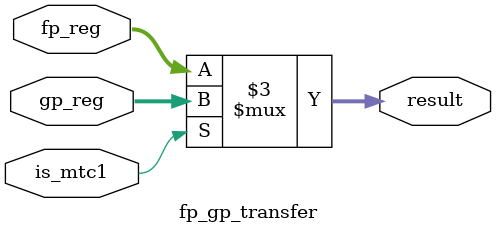
<source format=v>
`timescale 1ns / 1ps


module fp_gp_transfer(
    input wire [31:0] gp_reg,     // General purpose register value
    input wire [31:0] fp_reg,     // Floating point register value
    input wire is_mtc1,           // Direction: 1 for GP to FP, 0 for FP to GP
    output reg [31:0] result      // Result based on direction
);
    always @(*) begin
        if (is_mtc1)
            result = gp_reg;      // Move to coprocessor 1 (FP)
        else
            result = fp_reg;      // Move from coprocessor 1
    end
endmodule

</source>
